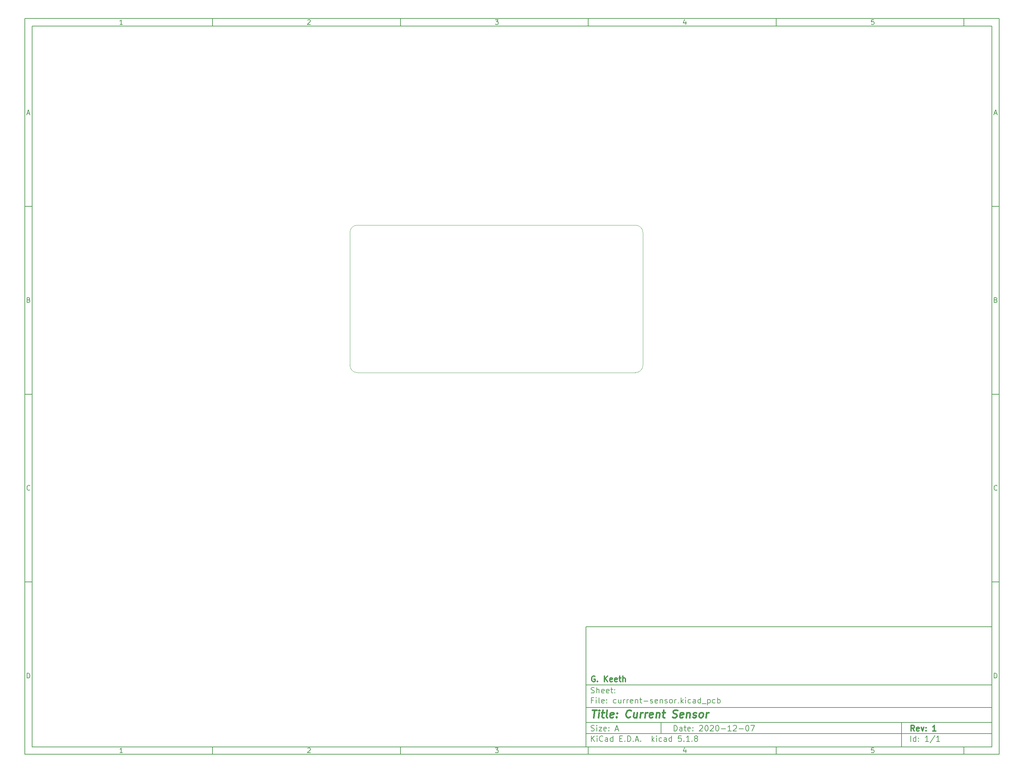
<source format=gbr>
%TF.GenerationSoftware,KiCad,Pcbnew,5.1.8*%
%TF.CreationDate,2020-12-07T23:56:31-05:00*%
%TF.ProjectId,current-sensor,63757272-656e-4742-9d73-656e736f722e,1*%
%TF.SameCoordinates,Original*%
%TF.FileFunction,Profile,NP*%
%FSLAX46Y46*%
G04 Gerber Fmt 4.6, Leading zero omitted, Abs format (unit mm)*
G04 Created by KiCad (PCBNEW 5.1.8) date 2020-12-07 23:56:31*
%MOMM*%
%LPD*%
G01*
G04 APERTURE LIST*
%ADD10C,0.100000*%
%ADD11C,0.150000*%
%ADD12C,0.300000*%
%ADD13C,0.400000*%
%TA.AperFunction,Profile*%
%ADD14C,0.050000*%
%TD*%
G04 APERTURE END LIST*
D10*
D11*
X159400000Y-171900000D02*
X159400000Y-203900000D01*
X267400000Y-203900000D01*
X267400000Y-171900000D01*
X159400000Y-171900000D01*
D10*
D11*
X10000000Y-10000000D02*
X10000000Y-205900000D01*
X269400000Y-205900000D01*
X269400000Y-10000000D01*
X10000000Y-10000000D01*
D10*
D11*
X12000000Y-12000000D02*
X12000000Y-203900000D01*
X267400000Y-203900000D01*
X267400000Y-12000000D01*
X12000000Y-12000000D01*
D10*
D11*
X60000000Y-12000000D02*
X60000000Y-10000000D01*
D10*
D11*
X110000000Y-12000000D02*
X110000000Y-10000000D01*
D10*
D11*
X160000000Y-12000000D02*
X160000000Y-10000000D01*
D10*
D11*
X210000000Y-12000000D02*
X210000000Y-10000000D01*
D10*
D11*
X260000000Y-12000000D02*
X260000000Y-10000000D01*
D10*
D11*
X36065476Y-11588095D02*
X35322619Y-11588095D01*
X35694047Y-11588095D02*
X35694047Y-10288095D01*
X35570238Y-10473809D01*
X35446428Y-10597619D01*
X35322619Y-10659523D01*
D10*
D11*
X85322619Y-10411904D02*
X85384523Y-10350000D01*
X85508333Y-10288095D01*
X85817857Y-10288095D01*
X85941666Y-10350000D01*
X86003571Y-10411904D01*
X86065476Y-10535714D01*
X86065476Y-10659523D01*
X86003571Y-10845238D01*
X85260714Y-11588095D01*
X86065476Y-11588095D01*
D10*
D11*
X135260714Y-10288095D02*
X136065476Y-10288095D01*
X135632142Y-10783333D01*
X135817857Y-10783333D01*
X135941666Y-10845238D01*
X136003571Y-10907142D01*
X136065476Y-11030952D01*
X136065476Y-11340476D01*
X136003571Y-11464285D01*
X135941666Y-11526190D01*
X135817857Y-11588095D01*
X135446428Y-11588095D01*
X135322619Y-11526190D01*
X135260714Y-11464285D01*
D10*
D11*
X185941666Y-10721428D02*
X185941666Y-11588095D01*
X185632142Y-10226190D02*
X185322619Y-11154761D01*
X186127380Y-11154761D01*
D10*
D11*
X236003571Y-10288095D02*
X235384523Y-10288095D01*
X235322619Y-10907142D01*
X235384523Y-10845238D01*
X235508333Y-10783333D01*
X235817857Y-10783333D01*
X235941666Y-10845238D01*
X236003571Y-10907142D01*
X236065476Y-11030952D01*
X236065476Y-11340476D01*
X236003571Y-11464285D01*
X235941666Y-11526190D01*
X235817857Y-11588095D01*
X235508333Y-11588095D01*
X235384523Y-11526190D01*
X235322619Y-11464285D01*
D10*
D11*
X60000000Y-203900000D02*
X60000000Y-205900000D01*
D10*
D11*
X110000000Y-203900000D02*
X110000000Y-205900000D01*
D10*
D11*
X160000000Y-203900000D02*
X160000000Y-205900000D01*
D10*
D11*
X210000000Y-203900000D02*
X210000000Y-205900000D01*
D10*
D11*
X260000000Y-203900000D02*
X260000000Y-205900000D01*
D10*
D11*
X36065476Y-205488095D02*
X35322619Y-205488095D01*
X35694047Y-205488095D02*
X35694047Y-204188095D01*
X35570238Y-204373809D01*
X35446428Y-204497619D01*
X35322619Y-204559523D01*
D10*
D11*
X85322619Y-204311904D02*
X85384523Y-204250000D01*
X85508333Y-204188095D01*
X85817857Y-204188095D01*
X85941666Y-204250000D01*
X86003571Y-204311904D01*
X86065476Y-204435714D01*
X86065476Y-204559523D01*
X86003571Y-204745238D01*
X85260714Y-205488095D01*
X86065476Y-205488095D01*
D10*
D11*
X135260714Y-204188095D02*
X136065476Y-204188095D01*
X135632142Y-204683333D01*
X135817857Y-204683333D01*
X135941666Y-204745238D01*
X136003571Y-204807142D01*
X136065476Y-204930952D01*
X136065476Y-205240476D01*
X136003571Y-205364285D01*
X135941666Y-205426190D01*
X135817857Y-205488095D01*
X135446428Y-205488095D01*
X135322619Y-205426190D01*
X135260714Y-205364285D01*
D10*
D11*
X185941666Y-204621428D02*
X185941666Y-205488095D01*
X185632142Y-204126190D02*
X185322619Y-205054761D01*
X186127380Y-205054761D01*
D10*
D11*
X236003571Y-204188095D02*
X235384523Y-204188095D01*
X235322619Y-204807142D01*
X235384523Y-204745238D01*
X235508333Y-204683333D01*
X235817857Y-204683333D01*
X235941666Y-204745238D01*
X236003571Y-204807142D01*
X236065476Y-204930952D01*
X236065476Y-205240476D01*
X236003571Y-205364285D01*
X235941666Y-205426190D01*
X235817857Y-205488095D01*
X235508333Y-205488095D01*
X235384523Y-205426190D01*
X235322619Y-205364285D01*
D10*
D11*
X10000000Y-60000000D02*
X12000000Y-60000000D01*
D10*
D11*
X10000000Y-110000000D02*
X12000000Y-110000000D01*
D10*
D11*
X10000000Y-160000000D02*
X12000000Y-160000000D01*
D10*
D11*
X10690476Y-35216666D02*
X11309523Y-35216666D01*
X10566666Y-35588095D02*
X11000000Y-34288095D01*
X11433333Y-35588095D01*
D10*
D11*
X11092857Y-84907142D02*
X11278571Y-84969047D01*
X11340476Y-85030952D01*
X11402380Y-85154761D01*
X11402380Y-85340476D01*
X11340476Y-85464285D01*
X11278571Y-85526190D01*
X11154761Y-85588095D01*
X10659523Y-85588095D01*
X10659523Y-84288095D01*
X11092857Y-84288095D01*
X11216666Y-84350000D01*
X11278571Y-84411904D01*
X11340476Y-84535714D01*
X11340476Y-84659523D01*
X11278571Y-84783333D01*
X11216666Y-84845238D01*
X11092857Y-84907142D01*
X10659523Y-84907142D01*
D10*
D11*
X11402380Y-135464285D02*
X11340476Y-135526190D01*
X11154761Y-135588095D01*
X11030952Y-135588095D01*
X10845238Y-135526190D01*
X10721428Y-135402380D01*
X10659523Y-135278571D01*
X10597619Y-135030952D01*
X10597619Y-134845238D01*
X10659523Y-134597619D01*
X10721428Y-134473809D01*
X10845238Y-134350000D01*
X11030952Y-134288095D01*
X11154761Y-134288095D01*
X11340476Y-134350000D01*
X11402380Y-134411904D01*
D10*
D11*
X10659523Y-185588095D02*
X10659523Y-184288095D01*
X10969047Y-184288095D01*
X11154761Y-184350000D01*
X11278571Y-184473809D01*
X11340476Y-184597619D01*
X11402380Y-184845238D01*
X11402380Y-185030952D01*
X11340476Y-185278571D01*
X11278571Y-185402380D01*
X11154761Y-185526190D01*
X10969047Y-185588095D01*
X10659523Y-185588095D01*
D10*
D11*
X269400000Y-60000000D02*
X267400000Y-60000000D01*
D10*
D11*
X269400000Y-110000000D02*
X267400000Y-110000000D01*
D10*
D11*
X269400000Y-160000000D02*
X267400000Y-160000000D01*
D10*
D11*
X268090476Y-35216666D02*
X268709523Y-35216666D01*
X267966666Y-35588095D02*
X268400000Y-34288095D01*
X268833333Y-35588095D01*
D10*
D11*
X268492857Y-84907142D02*
X268678571Y-84969047D01*
X268740476Y-85030952D01*
X268802380Y-85154761D01*
X268802380Y-85340476D01*
X268740476Y-85464285D01*
X268678571Y-85526190D01*
X268554761Y-85588095D01*
X268059523Y-85588095D01*
X268059523Y-84288095D01*
X268492857Y-84288095D01*
X268616666Y-84350000D01*
X268678571Y-84411904D01*
X268740476Y-84535714D01*
X268740476Y-84659523D01*
X268678571Y-84783333D01*
X268616666Y-84845238D01*
X268492857Y-84907142D01*
X268059523Y-84907142D01*
D10*
D11*
X268802380Y-135464285D02*
X268740476Y-135526190D01*
X268554761Y-135588095D01*
X268430952Y-135588095D01*
X268245238Y-135526190D01*
X268121428Y-135402380D01*
X268059523Y-135278571D01*
X267997619Y-135030952D01*
X267997619Y-134845238D01*
X268059523Y-134597619D01*
X268121428Y-134473809D01*
X268245238Y-134350000D01*
X268430952Y-134288095D01*
X268554761Y-134288095D01*
X268740476Y-134350000D01*
X268802380Y-134411904D01*
D10*
D11*
X268059523Y-185588095D02*
X268059523Y-184288095D01*
X268369047Y-184288095D01*
X268554761Y-184350000D01*
X268678571Y-184473809D01*
X268740476Y-184597619D01*
X268802380Y-184845238D01*
X268802380Y-185030952D01*
X268740476Y-185278571D01*
X268678571Y-185402380D01*
X268554761Y-185526190D01*
X268369047Y-185588095D01*
X268059523Y-185588095D01*
D10*
D11*
X182832142Y-199678571D02*
X182832142Y-198178571D01*
X183189285Y-198178571D01*
X183403571Y-198250000D01*
X183546428Y-198392857D01*
X183617857Y-198535714D01*
X183689285Y-198821428D01*
X183689285Y-199035714D01*
X183617857Y-199321428D01*
X183546428Y-199464285D01*
X183403571Y-199607142D01*
X183189285Y-199678571D01*
X182832142Y-199678571D01*
X184975000Y-199678571D02*
X184975000Y-198892857D01*
X184903571Y-198750000D01*
X184760714Y-198678571D01*
X184475000Y-198678571D01*
X184332142Y-198750000D01*
X184975000Y-199607142D02*
X184832142Y-199678571D01*
X184475000Y-199678571D01*
X184332142Y-199607142D01*
X184260714Y-199464285D01*
X184260714Y-199321428D01*
X184332142Y-199178571D01*
X184475000Y-199107142D01*
X184832142Y-199107142D01*
X184975000Y-199035714D01*
X185475000Y-198678571D02*
X186046428Y-198678571D01*
X185689285Y-198178571D02*
X185689285Y-199464285D01*
X185760714Y-199607142D01*
X185903571Y-199678571D01*
X186046428Y-199678571D01*
X187117857Y-199607142D02*
X186975000Y-199678571D01*
X186689285Y-199678571D01*
X186546428Y-199607142D01*
X186475000Y-199464285D01*
X186475000Y-198892857D01*
X186546428Y-198750000D01*
X186689285Y-198678571D01*
X186975000Y-198678571D01*
X187117857Y-198750000D01*
X187189285Y-198892857D01*
X187189285Y-199035714D01*
X186475000Y-199178571D01*
X187832142Y-199535714D02*
X187903571Y-199607142D01*
X187832142Y-199678571D01*
X187760714Y-199607142D01*
X187832142Y-199535714D01*
X187832142Y-199678571D01*
X187832142Y-198750000D02*
X187903571Y-198821428D01*
X187832142Y-198892857D01*
X187760714Y-198821428D01*
X187832142Y-198750000D01*
X187832142Y-198892857D01*
X189617857Y-198321428D02*
X189689285Y-198250000D01*
X189832142Y-198178571D01*
X190189285Y-198178571D01*
X190332142Y-198250000D01*
X190403571Y-198321428D01*
X190475000Y-198464285D01*
X190475000Y-198607142D01*
X190403571Y-198821428D01*
X189546428Y-199678571D01*
X190475000Y-199678571D01*
X191403571Y-198178571D02*
X191546428Y-198178571D01*
X191689285Y-198250000D01*
X191760714Y-198321428D01*
X191832142Y-198464285D01*
X191903571Y-198750000D01*
X191903571Y-199107142D01*
X191832142Y-199392857D01*
X191760714Y-199535714D01*
X191689285Y-199607142D01*
X191546428Y-199678571D01*
X191403571Y-199678571D01*
X191260714Y-199607142D01*
X191189285Y-199535714D01*
X191117857Y-199392857D01*
X191046428Y-199107142D01*
X191046428Y-198750000D01*
X191117857Y-198464285D01*
X191189285Y-198321428D01*
X191260714Y-198250000D01*
X191403571Y-198178571D01*
X192475000Y-198321428D02*
X192546428Y-198250000D01*
X192689285Y-198178571D01*
X193046428Y-198178571D01*
X193189285Y-198250000D01*
X193260714Y-198321428D01*
X193332142Y-198464285D01*
X193332142Y-198607142D01*
X193260714Y-198821428D01*
X192403571Y-199678571D01*
X193332142Y-199678571D01*
X194260714Y-198178571D02*
X194403571Y-198178571D01*
X194546428Y-198250000D01*
X194617857Y-198321428D01*
X194689285Y-198464285D01*
X194760714Y-198750000D01*
X194760714Y-199107142D01*
X194689285Y-199392857D01*
X194617857Y-199535714D01*
X194546428Y-199607142D01*
X194403571Y-199678571D01*
X194260714Y-199678571D01*
X194117857Y-199607142D01*
X194046428Y-199535714D01*
X193975000Y-199392857D01*
X193903571Y-199107142D01*
X193903571Y-198750000D01*
X193975000Y-198464285D01*
X194046428Y-198321428D01*
X194117857Y-198250000D01*
X194260714Y-198178571D01*
X195403571Y-199107142D02*
X196546428Y-199107142D01*
X198046428Y-199678571D02*
X197189285Y-199678571D01*
X197617857Y-199678571D02*
X197617857Y-198178571D01*
X197475000Y-198392857D01*
X197332142Y-198535714D01*
X197189285Y-198607142D01*
X198617857Y-198321428D02*
X198689285Y-198250000D01*
X198832142Y-198178571D01*
X199189285Y-198178571D01*
X199332142Y-198250000D01*
X199403571Y-198321428D01*
X199475000Y-198464285D01*
X199475000Y-198607142D01*
X199403571Y-198821428D01*
X198546428Y-199678571D01*
X199475000Y-199678571D01*
X200117857Y-199107142D02*
X201260714Y-199107142D01*
X202260714Y-198178571D02*
X202403571Y-198178571D01*
X202546428Y-198250000D01*
X202617857Y-198321428D01*
X202689285Y-198464285D01*
X202760714Y-198750000D01*
X202760714Y-199107142D01*
X202689285Y-199392857D01*
X202617857Y-199535714D01*
X202546428Y-199607142D01*
X202403571Y-199678571D01*
X202260714Y-199678571D01*
X202117857Y-199607142D01*
X202046428Y-199535714D01*
X201975000Y-199392857D01*
X201903571Y-199107142D01*
X201903571Y-198750000D01*
X201975000Y-198464285D01*
X202046428Y-198321428D01*
X202117857Y-198250000D01*
X202260714Y-198178571D01*
X203260714Y-198178571D02*
X204260714Y-198178571D01*
X203617857Y-199678571D01*
D10*
D11*
X159400000Y-200400000D02*
X267400000Y-200400000D01*
D10*
D11*
X160832142Y-202478571D02*
X160832142Y-200978571D01*
X161689285Y-202478571D02*
X161046428Y-201621428D01*
X161689285Y-200978571D02*
X160832142Y-201835714D01*
X162332142Y-202478571D02*
X162332142Y-201478571D01*
X162332142Y-200978571D02*
X162260714Y-201050000D01*
X162332142Y-201121428D01*
X162403571Y-201050000D01*
X162332142Y-200978571D01*
X162332142Y-201121428D01*
X163903571Y-202335714D02*
X163832142Y-202407142D01*
X163617857Y-202478571D01*
X163475000Y-202478571D01*
X163260714Y-202407142D01*
X163117857Y-202264285D01*
X163046428Y-202121428D01*
X162975000Y-201835714D01*
X162975000Y-201621428D01*
X163046428Y-201335714D01*
X163117857Y-201192857D01*
X163260714Y-201050000D01*
X163475000Y-200978571D01*
X163617857Y-200978571D01*
X163832142Y-201050000D01*
X163903571Y-201121428D01*
X165189285Y-202478571D02*
X165189285Y-201692857D01*
X165117857Y-201550000D01*
X164975000Y-201478571D01*
X164689285Y-201478571D01*
X164546428Y-201550000D01*
X165189285Y-202407142D02*
X165046428Y-202478571D01*
X164689285Y-202478571D01*
X164546428Y-202407142D01*
X164475000Y-202264285D01*
X164475000Y-202121428D01*
X164546428Y-201978571D01*
X164689285Y-201907142D01*
X165046428Y-201907142D01*
X165189285Y-201835714D01*
X166546428Y-202478571D02*
X166546428Y-200978571D01*
X166546428Y-202407142D02*
X166403571Y-202478571D01*
X166117857Y-202478571D01*
X165975000Y-202407142D01*
X165903571Y-202335714D01*
X165832142Y-202192857D01*
X165832142Y-201764285D01*
X165903571Y-201621428D01*
X165975000Y-201550000D01*
X166117857Y-201478571D01*
X166403571Y-201478571D01*
X166546428Y-201550000D01*
X168403571Y-201692857D02*
X168903571Y-201692857D01*
X169117857Y-202478571D02*
X168403571Y-202478571D01*
X168403571Y-200978571D01*
X169117857Y-200978571D01*
X169760714Y-202335714D02*
X169832142Y-202407142D01*
X169760714Y-202478571D01*
X169689285Y-202407142D01*
X169760714Y-202335714D01*
X169760714Y-202478571D01*
X170475000Y-202478571D02*
X170475000Y-200978571D01*
X170832142Y-200978571D01*
X171046428Y-201050000D01*
X171189285Y-201192857D01*
X171260714Y-201335714D01*
X171332142Y-201621428D01*
X171332142Y-201835714D01*
X171260714Y-202121428D01*
X171189285Y-202264285D01*
X171046428Y-202407142D01*
X170832142Y-202478571D01*
X170475000Y-202478571D01*
X171975000Y-202335714D02*
X172046428Y-202407142D01*
X171975000Y-202478571D01*
X171903571Y-202407142D01*
X171975000Y-202335714D01*
X171975000Y-202478571D01*
X172617857Y-202050000D02*
X173332142Y-202050000D01*
X172475000Y-202478571D02*
X172975000Y-200978571D01*
X173475000Y-202478571D01*
X173975000Y-202335714D02*
X174046428Y-202407142D01*
X173975000Y-202478571D01*
X173903571Y-202407142D01*
X173975000Y-202335714D01*
X173975000Y-202478571D01*
X176975000Y-202478571D02*
X176975000Y-200978571D01*
X177117857Y-201907142D02*
X177546428Y-202478571D01*
X177546428Y-201478571D02*
X176975000Y-202050000D01*
X178189285Y-202478571D02*
X178189285Y-201478571D01*
X178189285Y-200978571D02*
X178117857Y-201050000D01*
X178189285Y-201121428D01*
X178260714Y-201050000D01*
X178189285Y-200978571D01*
X178189285Y-201121428D01*
X179546428Y-202407142D02*
X179403571Y-202478571D01*
X179117857Y-202478571D01*
X178975000Y-202407142D01*
X178903571Y-202335714D01*
X178832142Y-202192857D01*
X178832142Y-201764285D01*
X178903571Y-201621428D01*
X178975000Y-201550000D01*
X179117857Y-201478571D01*
X179403571Y-201478571D01*
X179546428Y-201550000D01*
X180832142Y-202478571D02*
X180832142Y-201692857D01*
X180760714Y-201550000D01*
X180617857Y-201478571D01*
X180332142Y-201478571D01*
X180189285Y-201550000D01*
X180832142Y-202407142D02*
X180689285Y-202478571D01*
X180332142Y-202478571D01*
X180189285Y-202407142D01*
X180117857Y-202264285D01*
X180117857Y-202121428D01*
X180189285Y-201978571D01*
X180332142Y-201907142D01*
X180689285Y-201907142D01*
X180832142Y-201835714D01*
X182189285Y-202478571D02*
X182189285Y-200978571D01*
X182189285Y-202407142D02*
X182046428Y-202478571D01*
X181760714Y-202478571D01*
X181617857Y-202407142D01*
X181546428Y-202335714D01*
X181475000Y-202192857D01*
X181475000Y-201764285D01*
X181546428Y-201621428D01*
X181617857Y-201550000D01*
X181760714Y-201478571D01*
X182046428Y-201478571D01*
X182189285Y-201550000D01*
X184760714Y-200978571D02*
X184046428Y-200978571D01*
X183975000Y-201692857D01*
X184046428Y-201621428D01*
X184189285Y-201550000D01*
X184546428Y-201550000D01*
X184689285Y-201621428D01*
X184760714Y-201692857D01*
X184832142Y-201835714D01*
X184832142Y-202192857D01*
X184760714Y-202335714D01*
X184689285Y-202407142D01*
X184546428Y-202478571D01*
X184189285Y-202478571D01*
X184046428Y-202407142D01*
X183975000Y-202335714D01*
X185475000Y-202335714D02*
X185546428Y-202407142D01*
X185475000Y-202478571D01*
X185403571Y-202407142D01*
X185475000Y-202335714D01*
X185475000Y-202478571D01*
X186975000Y-202478571D02*
X186117857Y-202478571D01*
X186546428Y-202478571D02*
X186546428Y-200978571D01*
X186403571Y-201192857D01*
X186260714Y-201335714D01*
X186117857Y-201407142D01*
X187617857Y-202335714D02*
X187689285Y-202407142D01*
X187617857Y-202478571D01*
X187546428Y-202407142D01*
X187617857Y-202335714D01*
X187617857Y-202478571D01*
X188546428Y-201621428D02*
X188403571Y-201550000D01*
X188332142Y-201478571D01*
X188260714Y-201335714D01*
X188260714Y-201264285D01*
X188332142Y-201121428D01*
X188403571Y-201050000D01*
X188546428Y-200978571D01*
X188832142Y-200978571D01*
X188975000Y-201050000D01*
X189046428Y-201121428D01*
X189117857Y-201264285D01*
X189117857Y-201335714D01*
X189046428Y-201478571D01*
X188975000Y-201550000D01*
X188832142Y-201621428D01*
X188546428Y-201621428D01*
X188403571Y-201692857D01*
X188332142Y-201764285D01*
X188260714Y-201907142D01*
X188260714Y-202192857D01*
X188332142Y-202335714D01*
X188403571Y-202407142D01*
X188546428Y-202478571D01*
X188832142Y-202478571D01*
X188975000Y-202407142D01*
X189046428Y-202335714D01*
X189117857Y-202192857D01*
X189117857Y-201907142D01*
X189046428Y-201764285D01*
X188975000Y-201692857D01*
X188832142Y-201621428D01*
D10*
D11*
X159400000Y-197400000D02*
X267400000Y-197400000D01*
D10*
D12*
X246809285Y-199678571D02*
X246309285Y-198964285D01*
X245952142Y-199678571D02*
X245952142Y-198178571D01*
X246523571Y-198178571D01*
X246666428Y-198250000D01*
X246737857Y-198321428D01*
X246809285Y-198464285D01*
X246809285Y-198678571D01*
X246737857Y-198821428D01*
X246666428Y-198892857D01*
X246523571Y-198964285D01*
X245952142Y-198964285D01*
X248023571Y-199607142D02*
X247880714Y-199678571D01*
X247595000Y-199678571D01*
X247452142Y-199607142D01*
X247380714Y-199464285D01*
X247380714Y-198892857D01*
X247452142Y-198750000D01*
X247595000Y-198678571D01*
X247880714Y-198678571D01*
X248023571Y-198750000D01*
X248095000Y-198892857D01*
X248095000Y-199035714D01*
X247380714Y-199178571D01*
X248595000Y-198678571D02*
X248952142Y-199678571D01*
X249309285Y-198678571D01*
X249880714Y-199535714D02*
X249952142Y-199607142D01*
X249880714Y-199678571D01*
X249809285Y-199607142D01*
X249880714Y-199535714D01*
X249880714Y-199678571D01*
X249880714Y-198750000D02*
X249952142Y-198821428D01*
X249880714Y-198892857D01*
X249809285Y-198821428D01*
X249880714Y-198750000D01*
X249880714Y-198892857D01*
X252523571Y-199678571D02*
X251666428Y-199678571D01*
X252095000Y-199678571D02*
X252095000Y-198178571D01*
X251952142Y-198392857D01*
X251809285Y-198535714D01*
X251666428Y-198607142D01*
D10*
D11*
X160760714Y-199607142D02*
X160975000Y-199678571D01*
X161332142Y-199678571D01*
X161475000Y-199607142D01*
X161546428Y-199535714D01*
X161617857Y-199392857D01*
X161617857Y-199250000D01*
X161546428Y-199107142D01*
X161475000Y-199035714D01*
X161332142Y-198964285D01*
X161046428Y-198892857D01*
X160903571Y-198821428D01*
X160832142Y-198750000D01*
X160760714Y-198607142D01*
X160760714Y-198464285D01*
X160832142Y-198321428D01*
X160903571Y-198250000D01*
X161046428Y-198178571D01*
X161403571Y-198178571D01*
X161617857Y-198250000D01*
X162260714Y-199678571D02*
X162260714Y-198678571D01*
X162260714Y-198178571D02*
X162189285Y-198250000D01*
X162260714Y-198321428D01*
X162332142Y-198250000D01*
X162260714Y-198178571D01*
X162260714Y-198321428D01*
X162832142Y-198678571D02*
X163617857Y-198678571D01*
X162832142Y-199678571D01*
X163617857Y-199678571D01*
X164760714Y-199607142D02*
X164617857Y-199678571D01*
X164332142Y-199678571D01*
X164189285Y-199607142D01*
X164117857Y-199464285D01*
X164117857Y-198892857D01*
X164189285Y-198750000D01*
X164332142Y-198678571D01*
X164617857Y-198678571D01*
X164760714Y-198750000D01*
X164832142Y-198892857D01*
X164832142Y-199035714D01*
X164117857Y-199178571D01*
X165475000Y-199535714D02*
X165546428Y-199607142D01*
X165475000Y-199678571D01*
X165403571Y-199607142D01*
X165475000Y-199535714D01*
X165475000Y-199678571D01*
X165475000Y-198750000D02*
X165546428Y-198821428D01*
X165475000Y-198892857D01*
X165403571Y-198821428D01*
X165475000Y-198750000D01*
X165475000Y-198892857D01*
X167260714Y-199250000D02*
X167975000Y-199250000D01*
X167117857Y-199678571D02*
X167617857Y-198178571D01*
X168117857Y-199678571D01*
D10*
D11*
X245832142Y-202478571D02*
X245832142Y-200978571D01*
X247189285Y-202478571D02*
X247189285Y-200978571D01*
X247189285Y-202407142D02*
X247046428Y-202478571D01*
X246760714Y-202478571D01*
X246617857Y-202407142D01*
X246546428Y-202335714D01*
X246475000Y-202192857D01*
X246475000Y-201764285D01*
X246546428Y-201621428D01*
X246617857Y-201550000D01*
X246760714Y-201478571D01*
X247046428Y-201478571D01*
X247189285Y-201550000D01*
X247903571Y-202335714D02*
X247975000Y-202407142D01*
X247903571Y-202478571D01*
X247832142Y-202407142D01*
X247903571Y-202335714D01*
X247903571Y-202478571D01*
X247903571Y-201550000D02*
X247975000Y-201621428D01*
X247903571Y-201692857D01*
X247832142Y-201621428D01*
X247903571Y-201550000D01*
X247903571Y-201692857D01*
X250546428Y-202478571D02*
X249689285Y-202478571D01*
X250117857Y-202478571D02*
X250117857Y-200978571D01*
X249975000Y-201192857D01*
X249832142Y-201335714D01*
X249689285Y-201407142D01*
X252260714Y-200907142D02*
X250975000Y-202835714D01*
X253546428Y-202478571D02*
X252689285Y-202478571D01*
X253117857Y-202478571D02*
X253117857Y-200978571D01*
X252975000Y-201192857D01*
X252832142Y-201335714D01*
X252689285Y-201407142D01*
D10*
D11*
X159400000Y-193400000D02*
X267400000Y-193400000D01*
D10*
D13*
X161112380Y-194104761D02*
X162255238Y-194104761D01*
X161433809Y-196104761D02*
X161683809Y-194104761D01*
X162671904Y-196104761D02*
X162838571Y-194771428D01*
X162921904Y-194104761D02*
X162814761Y-194200000D01*
X162898095Y-194295238D01*
X163005238Y-194200000D01*
X162921904Y-194104761D01*
X162898095Y-194295238D01*
X163505238Y-194771428D02*
X164267142Y-194771428D01*
X163874285Y-194104761D02*
X163660000Y-195819047D01*
X163731428Y-196009523D01*
X163910000Y-196104761D01*
X164100476Y-196104761D01*
X165052857Y-196104761D02*
X164874285Y-196009523D01*
X164802857Y-195819047D01*
X165017142Y-194104761D01*
X166588571Y-196009523D02*
X166386190Y-196104761D01*
X166005238Y-196104761D01*
X165826666Y-196009523D01*
X165755238Y-195819047D01*
X165850476Y-195057142D01*
X165969523Y-194866666D01*
X166171904Y-194771428D01*
X166552857Y-194771428D01*
X166731428Y-194866666D01*
X166802857Y-195057142D01*
X166779047Y-195247619D01*
X165802857Y-195438095D01*
X167552857Y-195914285D02*
X167636190Y-196009523D01*
X167529047Y-196104761D01*
X167445714Y-196009523D01*
X167552857Y-195914285D01*
X167529047Y-196104761D01*
X167683809Y-194866666D02*
X167767142Y-194961904D01*
X167660000Y-195057142D01*
X167576666Y-194961904D01*
X167683809Y-194866666D01*
X167660000Y-195057142D01*
X171171904Y-195914285D02*
X171064761Y-196009523D01*
X170767142Y-196104761D01*
X170576666Y-196104761D01*
X170302857Y-196009523D01*
X170136190Y-195819047D01*
X170064761Y-195628571D01*
X170017142Y-195247619D01*
X170052857Y-194961904D01*
X170195714Y-194580952D01*
X170314761Y-194390476D01*
X170529047Y-194200000D01*
X170826666Y-194104761D01*
X171017142Y-194104761D01*
X171290952Y-194200000D01*
X171374285Y-194295238D01*
X173029047Y-194771428D02*
X172862380Y-196104761D01*
X172171904Y-194771428D02*
X172040952Y-195819047D01*
X172112380Y-196009523D01*
X172290952Y-196104761D01*
X172576666Y-196104761D01*
X172779047Y-196009523D01*
X172886190Y-195914285D01*
X173814761Y-196104761D02*
X173981428Y-194771428D01*
X173933809Y-195152380D02*
X174052857Y-194961904D01*
X174160000Y-194866666D01*
X174362380Y-194771428D01*
X174552857Y-194771428D01*
X175052857Y-196104761D02*
X175219523Y-194771428D01*
X175171904Y-195152380D02*
X175290952Y-194961904D01*
X175398095Y-194866666D01*
X175600476Y-194771428D01*
X175790952Y-194771428D01*
X177064761Y-196009523D02*
X176862380Y-196104761D01*
X176481428Y-196104761D01*
X176302857Y-196009523D01*
X176231428Y-195819047D01*
X176326666Y-195057142D01*
X176445714Y-194866666D01*
X176648095Y-194771428D01*
X177029047Y-194771428D01*
X177207619Y-194866666D01*
X177279047Y-195057142D01*
X177255238Y-195247619D01*
X176279047Y-195438095D01*
X178171904Y-194771428D02*
X178005238Y-196104761D01*
X178148095Y-194961904D02*
X178255238Y-194866666D01*
X178457619Y-194771428D01*
X178743333Y-194771428D01*
X178921904Y-194866666D01*
X178993333Y-195057142D01*
X178862380Y-196104761D01*
X179695714Y-194771428D02*
X180457619Y-194771428D01*
X180064761Y-194104761D02*
X179850476Y-195819047D01*
X179921904Y-196009523D01*
X180100476Y-196104761D01*
X180290952Y-196104761D01*
X182398095Y-196009523D02*
X182671904Y-196104761D01*
X183148095Y-196104761D01*
X183350476Y-196009523D01*
X183457619Y-195914285D01*
X183576666Y-195723809D01*
X183600476Y-195533333D01*
X183529047Y-195342857D01*
X183445714Y-195247619D01*
X183267142Y-195152380D01*
X182898095Y-195057142D01*
X182719523Y-194961904D01*
X182636190Y-194866666D01*
X182564761Y-194676190D01*
X182588571Y-194485714D01*
X182707619Y-194295238D01*
X182814761Y-194200000D01*
X183017142Y-194104761D01*
X183493333Y-194104761D01*
X183767142Y-194200000D01*
X185160000Y-196009523D02*
X184957619Y-196104761D01*
X184576666Y-196104761D01*
X184398095Y-196009523D01*
X184326666Y-195819047D01*
X184421904Y-195057142D01*
X184540952Y-194866666D01*
X184743333Y-194771428D01*
X185124285Y-194771428D01*
X185302857Y-194866666D01*
X185374285Y-195057142D01*
X185350476Y-195247619D01*
X184374285Y-195438095D01*
X186267142Y-194771428D02*
X186100476Y-196104761D01*
X186243333Y-194961904D02*
X186350476Y-194866666D01*
X186552857Y-194771428D01*
X186838571Y-194771428D01*
X187017142Y-194866666D01*
X187088571Y-195057142D01*
X186957619Y-196104761D01*
X187826666Y-196009523D02*
X188005238Y-196104761D01*
X188386190Y-196104761D01*
X188588571Y-196009523D01*
X188707619Y-195819047D01*
X188719523Y-195723809D01*
X188648095Y-195533333D01*
X188469523Y-195438095D01*
X188183809Y-195438095D01*
X188005238Y-195342857D01*
X187933809Y-195152380D01*
X187945714Y-195057142D01*
X188064761Y-194866666D01*
X188267142Y-194771428D01*
X188552857Y-194771428D01*
X188731428Y-194866666D01*
X189814761Y-196104761D02*
X189636190Y-196009523D01*
X189552857Y-195914285D01*
X189481428Y-195723809D01*
X189552857Y-195152380D01*
X189671904Y-194961904D01*
X189779047Y-194866666D01*
X189981428Y-194771428D01*
X190267142Y-194771428D01*
X190445714Y-194866666D01*
X190529047Y-194961904D01*
X190600476Y-195152380D01*
X190529047Y-195723809D01*
X190410000Y-195914285D01*
X190302857Y-196009523D01*
X190100476Y-196104761D01*
X189814761Y-196104761D01*
X191338571Y-196104761D02*
X191505238Y-194771428D01*
X191457619Y-195152380D02*
X191576666Y-194961904D01*
X191683809Y-194866666D01*
X191886190Y-194771428D01*
X192076666Y-194771428D01*
D10*
D11*
X161332142Y-191492857D02*
X160832142Y-191492857D01*
X160832142Y-192278571D02*
X160832142Y-190778571D01*
X161546428Y-190778571D01*
X162117857Y-192278571D02*
X162117857Y-191278571D01*
X162117857Y-190778571D02*
X162046428Y-190850000D01*
X162117857Y-190921428D01*
X162189285Y-190850000D01*
X162117857Y-190778571D01*
X162117857Y-190921428D01*
X163046428Y-192278571D02*
X162903571Y-192207142D01*
X162832142Y-192064285D01*
X162832142Y-190778571D01*
X164189285Y-192207142D02*
X164046428Y-192278571D01*
X163760714Y-192278571D01*
X163617857Y-192207142D01*
X163546428Y-192064285D01*
X163546428Y-191492857D01*
X163617857Y-191350000D01*
X163760714Y-191278571D01*
X164046428Y-191278571D01*
X164189285Y-191350000D01*
X164260714Y-191492857D01*
X164260714Y-191635714D01*
X163546428Y-191778571D01*
X164903571Y-192135714D02*
X164975000Y-192207142D01*
X164903571Y-192278571D01*
X164832142Y-192207142D01*
X164903571Y-192135714D01*
X164903571Y-192278571D01*
X164903571Y-191350000D02*
X164975000Y-191421428D01*
X164903571Y-191492857D01*
X164832142Y-191421428D01*
X164903571Y-191350000D01*
X164903571Y-191492857D01*
X167403571Y-192207142D02*
X167260714Y-192278571D01*
X166975000Y-192278571D01*
X166832142Y-192207142D01*
X166760714Y-192135714D01*
X166689285Y-191992857D01*
X166689285Y-191564285D01*
X166760714Y-191421428D01*
X166832142Y-191350000D01*
X166975000Y-191278571D01*
X167260714Y-191278571D01*
X167403571Y-191350000D01*
X168689285Y-191278571D02*
X168689285Y-192278571D01*
X168046428Y-191278571D02*
X168046428Y-192064285D01*
X168117857Y-192207142D01*
X168260714Y-192278571D01*
X168475000Y-192278571D01*
X168617857Y-192207142D01*
X168689285Y-192135714D01*
X169403571Y-192278571D02*
X169403571Y-191278571D01*
X169403571Y-191564285D02*
X169475000Y-191421428D01*
X169546428Y-191350000D01*
X169689285Y-191278571D01*
X169832142Y-191278571D01*
X170332142Y-192278571D02*
X170332142Y-191278571D01*
X170332142Y-191564285D02*
X170403571Y-191421428D01*
X170475000Y-191350000D01*
X170617857Y-191278571D01*
X170760714Y-191278571D01*
X171832142Y-192207142D02*
X171689285Y-192278571D01*
X171403571Y-192278571D01*
X171260714Y-192207142D01*
X171189285Y-192064285D01*
X171189285Y-191492857D01*
X171260714Y-191350000D01*
X171403571Y-191278571D01*
X171689285Y-191278571D01*
X171832142Y-191350000D01*
X171903571Y-191492857D01*
X171903571Y-191635714D01*
X171189285Y-191778571D01*
X172546428Y-191278571D02*
X172546428Y-192278571D01*
X172546428Y-191421428D02*
X172617857Y-191350000D01*
X172760714Y-191278571D01*
X172975000Y-191278571D01*
X173117857Y-191350000D01*
X173189285Y-191492857D01*
X173189285Y-192278571D01*
X173689285Y-191278571D02*
X174260714Y-191278571D01*
X173903571Y-190778571D02*
X173903571Y-192064285D01*
X173975000Y-192207142D01*
X174117857Y-192278571D01*
X174260714Y-192278571D01*
X174760714Y-191707142D02*
X175903571Y-191707142D01*
X176546428Y-192207142D02*
X176689285Y-192278571D01*
X176975000Y-192278571D01*
X177117857Y-192207142D01*
X177189285Y-192064285D01*
X177189285Y-191992857D01*
X177117857Y-191850000D01*
X176975000Y-191778571D01*
X176760714Y-191778571D01*
X176617857Y-191707142D01*
X176546428Y-191564285D01*
X176546428Y-191492857D01*
X176617857Y-191350000D01*
X176760714Y-191278571D01*
X176975000Y-191278571D01*
X177117857Y-191350000D01*
X178403571Y-192207142D02*
X178260714Y-192278571D01*
X177975000Y-192278571D01*
X177832142Y-192207142D01*
X177760714Y-192064285D01*
X177760714Y-191492857D01*
X177832142Y-191350000D01*
X177975000Y-191278571D01*
X178260714Y-191278571D01*
X178403571Y-191350000D01*
X178475000Y-191492857D01*
X178475000Y-191635714D01*
X177760714Y-191778571D01*
X179117857Y-191278571D02*
X179117857Y-192278571D01*
X179117857Y-191421428D02*
X179189285Y-191350000D01*
X179332142Y-191278571D01*
X179546428Y-191278571D01*
X179689285Y-191350000D01*
X179760714Y-191492857D01*
X179760714Y-192278571D01*
X180403571Y-192207142D02*
X180546428Y-192278571D01*
X180832142Y-192278571D01*
X180975000Y-192207142D01*
X181046428Y-192064285D01*
X181046428Y-191992857D01*
X180975000Y-191850000D01*
X180832142Y-191778571D01*
X180617857Y-191778571D01*
X180475000Y-191707142D01*
X180403571Y-191564285D01*
X180403571Y-191492857D01*
X180475000Y-191350000D01*
X180617857Y-191278571D01*
X180832142Y-191278571D01*
X180975000Y-191350000D01*
X181903571Y-192278571D02*
X181760714Y-192207142D01*
X181689285Y-192135714D01*
X181617857Y-191992857D01*
X181617857Y-191564285D01*
X181689285Y-191421428D01*
X181760714Y-191350000D01*
X181903571Y-191278571D01*
X182117857Y-191278571D01*
X182260714Y-191350000D01*
X182332142Y-191421428D01*
X182403571Y-191564285D01*
X182403571Y-191992857D01*
X182332142Y-192135714D01*
X182260714Y-192207142D01*
X182117857Y-192278571D01*
X181903571Y-192278571D01*
X183046428Y-192278571D02*
X183046428Y-191278571D01*
X183046428Y-191564285D02*
X183117857Y-191421428D01*
X183189285Y-191350000D01*
X183332142Y-191278571D01*
X183475000Y-191278571D01*
X183975000Y-192135714D02*
X184046428Y-192207142D01*
X183975000Y-192278571D01*
X183903571Y-192207142D01*
X183975000Y-192135714D01*
X183975000Y-192278571D01*
X184689285Y-192278571D02*
X184689285Y-190778571D01*
X184832142Y-191707142D02*
X185260714Y-192278571D01*
X185260714Y-191278571D02*
X184689285Y-191850000D01*
X185903571Y-192278571D02*
X185903571Y-191278571D01*
X185903571Y-190778571D02*
X185832142Y-190850000D01*
X185903571Y-190921428D01*
X185975000Y-190850000D01*
X185903571Y-190778571D01*
X185903571Y-190921428D01*
X187260714Y-192207142D02*
X187117857Y-192278571D01*
X186832142Y-192278571D01*
X186689285Y-192207142D01*
X186617857Y-192135714D01*
X186546428Y-191992857D01*
X186546428Y-191564285D01*
X186617857Y-191421428D01*
X186689285Y-191350000D01*
X186832142Y-191278571D01*
X187117857Y-191278571D01*
X187260714Y-191350000D01*
X188546428Y-192278571D02*
X188546428Y-191492857D01*
X188475000Y-191350000D01*
X188332142Y-191278571D01*
X188046428Y-191278571D01*
X187903571Y-191350000D01*
X188546428Y-192207142D02*
X188403571Y-192278571D01*
X188046428Y-192278571D01*
X187903571Y-192207142D01*
X187832142Y-192064285D01*
X187832142Y-191921428D01*
X187903571Y-191778571D01*
X188046428Y-191707142D01*
X188403571Y-191707142D01*
X188546428Y-191635714D01*
X189903571Y-192278571D02*
X189903571Y-190778571D01*
X189903571Y-192207142D02*
X189760714Y-192278571D01*
X189475000Y-192278571D01*
X189332142Y-192207142D01*
X189260714Y-192135714D01*
X189189285Y-191992857D01*
X189189285Y-191564285D01*
X189260714Y-191421428D01*
X189332142Y-191350000D01*
X189475000Y-191278571D01*
X189760714Y-191278571D01*
X189903571Y-191350000D01*
X190260714Y-192421428D02*
X191403571Y-192421428D01*
X191760714Y-191278571D02*
X191760714Y-192778571D01*
X191760714Y-191350000D02*
X191903571Y-191278571D01*
X192189285Y-191278571D01*
X192332142Y-191350000D01*
X192403571Y-191421428D01*
X192475000Y-191564285D01*
X192475000Y-191992857D01*
X192403571Y-192135714D01*
X192332142Y-192207142D01*
X192189285Y-192278571D01*
X191903571Y-192278571D01*
X191760714Y-192207142D01*
X193760714Y-192207142D02*
X193617857Y-192278571D01*
X193332142Y-192278571D01*
X193189285Y-192207142D01*
X193117857Y-192135714D01*
X193046428Y-191992857D01*
X193046428Y-191564285D01*
X193117857Y-191421428D01*
X193189285Y-191350000D01*
X193332142Y-191278571D01*
X193617857Y-191278571D01*
X193760714Y-191350000D01*
X194403571Y-192278571D02*
X194403571Y-190778571D01*
X194403571Y-191350000D02*
X194546428Y-191278571D01*
X194832142Y-191278571D01*
X194975000Y-191350000D01*
X195046428Y-191421428D01*
X195117857Y-191564285D01*
X195117857Y-191992857D01*
X195046428Y-192135714D01*
X194975000Y-192207142D01*
X194832142Y-192278571D01*
X194546428Y-192278571D01*
X194403571Y-192207142D01*
D10*
D11*
X159400000Y-187400000D02*
X267400000Y-187400000D01*
D10*
D11*
X160760714Y-189507142D02*
X160975000Y-189578571D01*
X161332142Y-189578571D01*
X161475000Y-189507142D01*
X161546428Y-189435714D01*
X161617857Y-189292857D01*
X161617857Y-189150000D01*
X161546428Y-189007142D01*
X161475000Y-188935714D01*
X161332142Y-188864285D01*
X161046428Y-188792857D01*
X160903571Y-188721428D01*
X160832142Y-188650000D01*
X160760714Y-188507142D01*
X160760714Y-188364285D01*
X160832142Y-188221428D01*
X160903571Y-188150000D01*
X161046428Y-188078571D01*
X161403571Y-188078571D01*
X161617857Y-188150000D01*
X162260714Y-189578571D02*
X162260714Y-188078571D01*
X162903571Y-189578571D02*
X162903571Y-188792857D01*
X162832142Y-188650000D01*
X162689285Y-188578571D01*
X162475000Y-188578571D01*
X162332142Y-188650000D01*
X162260714Y-188721428D01*
X164189285Y-189507142D02*
X164046428Y-189578571D01*
X163760714Y-189578571D01*
X163617857Y-189507142D01*
X163546428Y-189364285D01*
X163546428Y-188792857D01*
X163617857Y-188650000D01*
X163760714Y-188578571D01*
X164046428Y-188578571D01*
X164189285Y-188650000D01*
X164260714Y-188792857D01*
X164260714Y-188935714D01*
X163546428Y-189078571D01*
X165475000Y-189507142D02*
X165332142Y-189578571D01*
X165046428Y-189578571D01*
X164903571Y-189507142D01*
X164832142Y-189364285D01*
X164832142Y-188792857D01*
X164903571Y-188650000D01*
X165046428Y-188578571D01*
X165332142Y-188578571D01*
X165475000Y-188650000D01*
X165546428Y-188792857D01*
X165546428Y-188935714D01*
X164832142Y-189078571D01*
X165975000Y-188578571D02*
X166546428Y-188578571D01*
X166189285Y-188078571D02*
X166189285Y-189364285D01*
X166260714Y-189507142D01*
X166403571Y-189578571D01*
X166546428Y-189578571D01*
X167046428Y-189435714D02*
X167117857Y-189507142D01*
X167046428Y-189578571D01*
X166975000Y-189507142D01*
X167046428Y-189435714D01*
X167046428Y-189578571D01*
X167046428Y-188650000D02*
X167117857Y-188721428D01*
X167046428Y-188792857D01*
X166975000Y-188721428D01*
X167046428Y-188650000D01*
X167046428Y-188792857D01*
D10*
D12*
X161737857Y-185150000D02*
X161595000Y-185078571D01*
X161380714Y-185078571D01*
X161166428Y-185150000D01*
X161023571Y-185292857D01*
X160952142Y-185435714D01*
X160880714Y-185721428D01*
X160880714Y-185935714D01*
X160952142Y-186221428D01*
X161023571Y-186364285D01*
X161166428Y-186507142D01*
X161380714Y-186578571D01*
X161523571Y-186578571D01*
X161737857Y-186507142D01*
X161809285Y-186435714D01*
X161809285Y-185935714D01*
X161523571Y-185935714D01*
X162452142Y-186435714D02*
X162523571Y-186507142D01*
X162452142Y-186578571D01*
X162380714Y-186507142D01*
X162452142Y-186435714D01*
X162452142Y-186578571D01*
X164309285Y-186578571D02*
X164309285Y-185078571D01*
X165166428Y-186578571D02*
X164523571Y-185721428D01*
X165166428Y-185078571D02*
X164309285Y-185935714D01*
X166380714Y-186507142D02*
X166237857Y-186578571D01*
X165952142Y-186578571D01*
X165809285Y-186507142D01*
X165737857Y-186364285D01*
X165737857Y-185792857D01*
X165809285Y-185650000D01*
X165952142Y-185578571D01*
X166237857Y-185578571D01*
X166380714Y-185650000D01*
X166452142Y-185792857D01*
X166452142Y-185935714D01*
X165737857Y-186078571D01*
X167666428Y-186507142D02*
X167523571Y-186578571D01*
X167237857Y-186578571D01*
X167095000Y-186507142D01*
X167023571Y-186364285D01*
X167023571Y-185792857D01*
X167095000Y-185650000D01*
X167237857Y-185578571D01*
X167523571Y-185578571D01*
X167666428Y-185650000D01*
X167737857Y-185792857D01*
X167737857Y-185935714D01*
X167023571Y-186078571D01*
X168166428Y-185578571D02*
X168737857Y-185578571D01*
X168380714Y-185078571D02*
X168380714Y-186364285D01*
X168452142Y-186507142D01*
X168595000Y-186578571D01*
X168737857Y-186578571D01*
X169237857Y-186578571D02*
X169237857Y-185078571D01*
X169880714Y-186578571D02*
X169880714Y-185792857D01*
X169809285Y-185650000D01*
X169666428Y-185578571D01*
X169452142Y-185578571D01*
X169309285Y-185650000D01*
X169237857Y-185721428D01*
D10*
D11*
X179400000Y-197400000D02*
X179400000Y-200400000D01*
D10*
D11*
X243400000Y-197400000D02*
X243400000Y-203900000D01*
D14*
X174560000Y-102280000D02*
X174560000Y-67000000D01*
X98560000Y-104280000D02*
X172560000Y-104280000D01*
X96560000Y-67000000D02*
X96560000Y-102280000D01*
X98560000Y-104280000D02*
G75*
G02*
X96560000Y-102280000I0J2000000D01*
G01*
X174560000Y-102280000D02*
G75*
G02*
X172560000Y-104280000I-2000000J0D01*
G01*
X98560000Y-65000000D02*
X172560000Y-65000000D01*
X96560000Y-67000000D02*
G75*
G02*
X98560000Y-65000000I2000000J0D01*
G01*
X172560000Y-65000000D02*
G75*
G02*
X174560000Y-67000000I0J-2000000D01*
G01*
M02*

</source>
